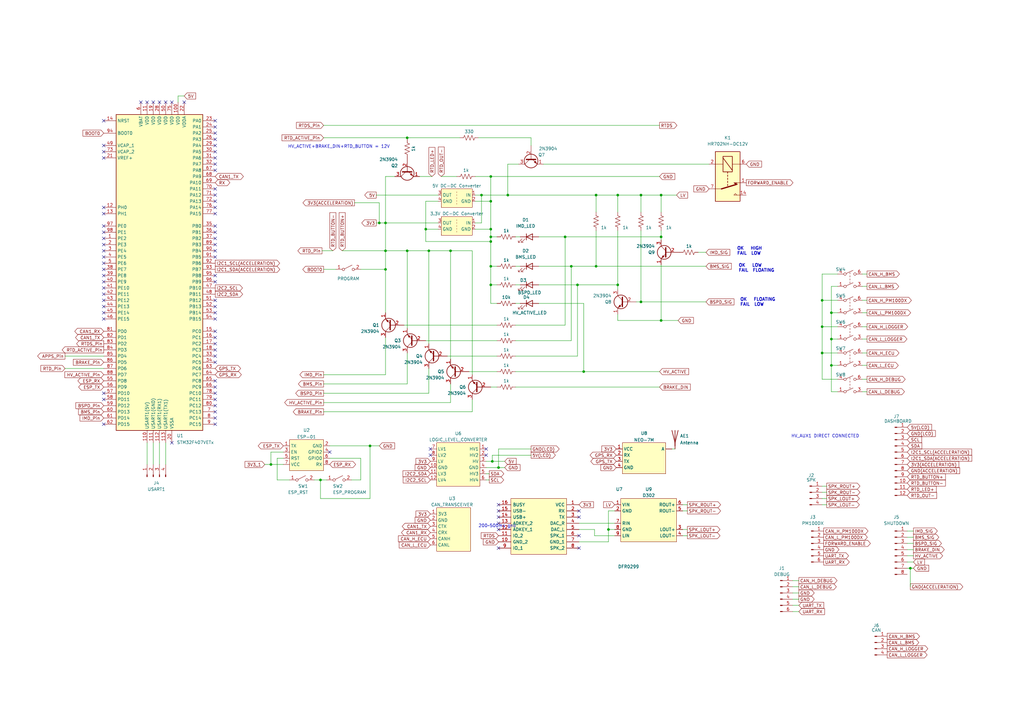
<source format=kicad_sch>
(kicad_sch (version 20211123) (generator eeschema)
  (paper "A3")
  (lib_symbols
    (symbol "A-FA_PARTS:CAN_TRANSCEIVER"
      (property "Reference" "U3" (at 0 1.27 0))
      (property "Value" "CAN_TRANSCEIVER" (at 0 -1.27 0))
      (symbol "CAN_TRANSCEIVER_1_1"
        (pin input line (at -8.89 -5.08 0) (length 2.54) (name "3V3") (number "1"))
        (pin input line (at -8.89 -7.62 0) (length 2.54) (name "GND") (number "2"))
        (pin input line (at -8.89 -10.16 0) (length 2.54) (name "CTX") (number "3"))
        (pin input line (at -8.89 -12.7 0) (length 2.54) (name "CRX") (number "4"))
        (pin input line (at -8.89 -15.24 0) (length 2.54) (name "CANH") (number "5"))
        (pin input line (at -8.89 -17.78 0) (length 2.54) (name "CANL") (number "6"))
      )
    )
    (symbol "A-FA_PARTS:D302"
      (property "Reference" "U9" (at 0 2.54 0))
      (property "Value" "D302" (at 0 0 0))
      (symbol "D302_1_1"
        (pin input line (at 13.97 -3.81 180) (length 2.54) (name "VIN") (number "1"))
        (pin input line (at 13.97 -6.35 180) (length 2.54) (name "GND") (number "2"))
        (pin input line (at -13.97 -13.97 0) (length 2.54) (name "LOUT+") (number "3"))
        (pin input line (at -13.97 -16.51 0) (length 2.54) (name "LOUT-") (number "4"))
        (pin input line (at -13.97 -6.35 0) (length 2.54) (name "ROUT-") (number "5"))
        (pin input line (at -13.97 -3.81 0) (length 2.54) (name "ROUT+") (number "6"))
        (pin input line (at 13.97 -11.43 180) (length 2.54) (name "RIN") (number "7"))
        (pin input line (at 13.97 -13.97 180) (length 2.54) (name "GND") (number "8"))
        (pin input line (at 13.97 -16.51 180) (length 2.54) (name "LIN") (number "9"))
      )
    )
    (symbol "A-FA_PARTS:DC-DC_Converter"
      (property "Reference" "U" (at 0 0 0))
      (property "Value" "DC-DC_Converter" (at 0 0 0))
      (symbol "DC-DC_Converter_1_1"
        (pin passive line (at 7.62 -5.08 180) (length 1.27) (name "IN") (number "1"))
        (pin passive line (at 7.62 -7.62 180) (length 1.27) (name "GND") (number "2"))
        (pin passive line (at -7.62 -5.08 0) (length 1.27) (name "OUT") (number "3"))
        (pin passive line (at -7.62 -7.62 0) (length 1.27) (name "GND") (number "4"))
      )
    )
    (symbol "A-FA_PARTS:ESP-01"
      (property "Reference" "U2" (at -1.905 2.6457 0))
      (property "Value" "ESP-01" (at -1.905 -0.1294 0))
      (symbol "ESP-01_1_1"
        (pin input line (at -11.43 -3.81 0) (length 2.54) (name "TX") (number "1"))
        (pin input line (at 7.62 -3.81 180) (length 2.54) (name "GND") (number "2"))
        (pin input line (at -11.43 -6.35 0) (length 2.54) (name "EN") (number "3"))
        (pin input line (at 7.62 -6.35 180) (length 2.54) (name "GPIO2") (number "4"))
        (pin input line (at -11.43 -8.89 0) (length 2.54) (name "RST") (number "5"))
        (pin input line (at 7.62 -8.89 180) (length 2.54) (name "GPIO0") (number "6"))
        (pin input line (at -11.43 -11.43 0) (length 2.54) (name "VCC") (number "7"))
        (pin input line (at 7.62 -11.43 180) (length 2.54) (name "RX") (number "8"))
      )
    )
    (symbol "A-FA_PARTS:LOGIC_LEVEL_CONVERTER"
      (property "Reference" "U6" (at 0 2.54 0))
      (property "Value" "LOGIC_LEVEL_CONVERTER" (at 0 0 0))
      (symbol "LOGIC_LEVEL_CONVERTER_1_1"
        (pin input line (at -11.43 -3.81 0) (length 2.54) (name "HV1") (number "1"))
        (pin input line (at 11.43 -11.43 180) (length 2.54) (name "GND") (number "10"))
        (pin input line (at 11.43 -13.97 180) (length 2.54) (name "LV3") (number "11"))
        (pin input line (at 11.43 -16.51 180) (length 2.54) (name "LV4") (number "12"))
        (pin input line (at -11.43 -6.35 0) (length 2.54) (name "HV2") (number "2"))
        (pin input line (at -11.43 -8.89 0) (length 2.54) (name "HV") (number "3"))
        (pin input line (at -11.43 -11.43 0) (length 2.54) (name "GND") (number "4"))
        (pin input line (at -11.43 -13.97 0) (length 2.54) (name "HV3") (number "5"))
        (pin input line (at -11.43 -16.51 0) (length 2.54) (name "HV4") (number "6"))
        (pin input line (at 11.43 -3.81 180) (length 2.54) (name "LV1") (number "7"))
        (pin input line (at 11.43 -6.35 180) (length 2.54) (name "LV2") (number "8"))
        (pin input line (at 11.43 -8.89 180) (length 2.54) (name "LV") (number "9"))
      )
    )
    (symbol "A-FA_PARTS:NEO-7M"
      (property "Reference" "U8" (at 0 2.6457 0))
      (property "Value" "NEO-7M" (at 0 -0.1294 0))
      (symbol "NEO-7M_1_1"
        (pin input line (at 11.43 -3.81 180) (length 2.54) (name "A") (number ""))
        (pin input line (at -11.43 -3.81 0) (length 2.54) (name "VCC") (number "1"))
        (pin input line (at -11.43 -6.35 0) (length 2.54) (name "RX") (number "2"))
        (pin input line (at -11.43 -8.89 0) (length 2.54) (name "TX") (number "3"))
        (pin input line (at -11.43 -11.43 0) (length 2.54) (name "GND") (number "4"))
      )
    )
    (symbol "Connector:Conn_01x04_Male" (pin_names (offset 1.016) hide)
      (property "Reference" "J" (at 0 5.08 0))
      (property "Value" "Conn_01x04_Male" (at 0 -7.62 0))
      (symbol "Conn_01x04_Male_1_1"
        (pin passive line (at 5.08 2.54 180) (length 3.81) (name "Pin_1") (number "1"))
        (pin passive line (at 5.08 0 180) (length 3.81) (name "Pin_2") (number "2"))
        (pin passive line (at 5.08 -2.54 180) (length 3.81) (name "Pin_3") (number "3"))
        (pin passive line (at 5.08 -5.08 180) (length 3.81) (name "Pin_4") (number "4"))
      )
    )
    (symbol "Connector:Conn_01x06_Male" (pin_names (offset 1.016) hide)
      (property "Reference" "J" (at 0 7.62 0))
      (property "Value" "Conn_01x06_Male" (at 0 -10.16 0))
      (symbol "Conn_01x06_Male_1_1"
        (pin passive line (at 5.08 5.08 180) (length 3.81) (name "Pin_1") (number "1"))
        (pin passive line (at 5.08 2.54 180) (length 3.81) (name "Pin_2") (number "2"))
        (pin passive line (at 5.08 0 180) (length 3.81) (name "Pin_3") (number "3"))
        (pin passive line (at 5.08 -2.54 180) (length 3.81) (name "Pin_4") (number "4"))
        (pin passive line (at 5.08 -5.08 180) (length 3.81) (name "Pin_5") (number "5"))
        (pin passive line (at 5.08 -7.62 180) (length 3.81) (name "Pin_6") (number "6"))
      )
    )
    (symbol "Connector:Conn_01x08_Male" (pin_names (offset 1.016) hide)
      (property "Reference" "J" (at 0 10.16 0))
      (property "Value" "Conn_01x08_Male" (at 0 -12.7 0))
      (symbol "Conn_01x08_Male_1_1"
        (pin passive line (at 5.08 7.62 180) (length 3.81) (name "Pin_1") (number "1"))
        (pin passive line (at 5.08 5.08 180) (length 3.81) (name "Pin_2") (number "2"))
        (pin passive line (at 5.08 2.54 180) (length 3.81) (name "Pin_3") (number "3"))
        (pin passive line (at 5.08 0 180) (length 3.81) (name "Pin_4") (number "4"))
        (pin passive line (at 5.08 -2.54 180) (length 3.81) (name "Pin_5") (number "5"))
        (pin passive line (at 5.08 -5.08 180) (length 3.81) (name "Pin_6") (number "6"))
        (pin passive line (at 5.08 -7.62 180) (length 3.81) (name "Pin_7") (number "7"))
        (pin passive line (at 5.08 -10.16 180) (length 3.81) (name "Pin_8") (number "8"))
      )
    )
    (symbol "Connector:Conn_01x12_Male" (pin_names (offset 1.016) hide)
      (property "Reference" "J" (at 0 15.24 0))
      (property "Value" "Conn_01x12_Male" (at 0 -17.78 0))
      (symbol "Conn_01x12_Male_1_1"
        (pin passive line (at 5.08 12.7 180) (length 3.81) (name "Pin_1") (number "1"))
        (pin passive line (at 5.08 -10.16 180) (length 3.81) (name "Pin_10") (number "10"))
        (pin passive line (at 5.08 -12.7 180) (length 3.81) (name "Pin_11") (number "11"))
        (pin passive line (at 5.08 -15.24 180) (length 3.81) (name "Pin_12") (number "12"))
        (pin passive line (at 5.08 10.16 180) (length 3.81) (name "Pin_2") (number "2"))
        (pin passive line (at 5.08 7.62 180) (length 3.81) (name "Pin_3") (number "3"))
        (pin passive line (at 5.08 5.08 180) (length 3.81) (name "Pin_4") (number "4"))
        (pin passive line (at 5.08 2.54 180) (length 3.81) (name "Pin_5") (number "5"))
        (pin passive line (at 5.08 0 180) (length 3.81) (name "Pin_6") (number "6"))
        (pin passive line (at 5.08 -2.54 180) (length 3.81) (name "Pin_7") (number "7"))
        (pin passive line (at 5.08 -5.08 180) (length 3.81) (name "Pin_8") (number "8"))
        (pin passive line (at 5.08 -7.62 180) (length 3.81) (name "Pin_9") (number "9"))
      )
    )
    (symbol "DFR0299:DFR0299" (pin_names (offset 0.762))
      (property "Reference" "U7" (at -16.51 6.35 0))
      (property "Value" "DFR0299" (at -20.32 -25.4 0))
      (symbol "DFR0299_0_0"
        (pin power_in line (at 0 0 0) (length 5.08) (name "VCC") (number "1"))
        (pin power_in line (at 33.02 -15.24 180) (length 5.08) (name "GND_2") (number "10"))
        (pin input line (at 33.02 -12.7 180) (length 5.08) (name "IO_2") (number "11"))
        (pin input line (at 33.02 -10.16 180) (length 5.08) (name "ADKEY_1") (number "12"))
        (pin input line (at 33.02 -7.62 180) (length 5.08) (name "ADKEY_2") (number "13"))
        (pin bidirectional line (at 33.02 -5.08 180) (length 5.08) (name "USB+") (number "14"))
        (pin bidirectional line (at 33.02 -2.54 180) (length 5.08) (name "USB-") (number "15"))
        (pin output line (at 33.02 0 180) (length 5.08) (name "BUSY") (number "16"))
        (pin input line (at 0 -2.54 0) (length 5.08) (name "RX") (number "2"))
        (pin output line (at 0 -5.08 0) (length 5.08) (name "TX") (number "3"))
        (pin output line (at 0 -7.62 0) (length 5.08) (name "DAC_R") (number "4"))
        (pin output line (at 0 -10.16 0) (length 5.08) (name "DAC_L") (number "5"))
        (pin output line (at 0 -12.7 0) (length 5.08) (name "SPK_1") (number "6"))
        (pin power_in line (at 0 -15.24 0) (length 5.08) (name "GND_1") (number "7"))
        (pin output line (at 0 -17.78 0) (length 5.08) (name "SPK_2") (number "8"))
        (pin input line (at 33.02 -17.78 180) (length 5.08) (name "IO_1") (number "9"))
      )
    )
    (symbol "Device:Antenna" (pin_numbers hide) (pin_names (offset 1.016) hide)
      (property "Reference" "AE" (at -1.905 1.905 0))
      (property "Value" "Antenna" (at -1.905 0 0))
      (symbol "Antenna_1_1"
        (pin input line (at 0 -5.08 90) (length 2.54) (name "A") (number "1"))
      )
    )
    (symbol "Device:LED" (pin_numbers hide) (pin_names (offset 1.016) hide)
      (property "Reference" "D" (at 0 2.54 0))
      (property "Value" "LED" (at 0 -2.54 0))
      (symbol "LED_1_1"
        (pin passive line (at -3.81 0 0) (length 2.54) (name "K") (number "1"))
        (pin passive line (at 3.81 0 180) (length 2.54) (name "A") (number "2"))
      )
    )
    (symbol "Device:R_US" (pin_numbers hide) (pin_names (offset 0))
      (property "Reference" "R" (at 2.54 0 90))
      (property "Value" "R_US" (at -2.54 0 90))
      (symbol "R_US_1_1"
        (pin passive line (at 0 3.81 270) (length 1.27) (name "~") (number "1"))
        (pin passive line (at 0 -3.81 90) (length 1.27) (name "~") (number "2"))
      )
    )
    (symbol "MCU_ST_STM32F4:STM32F407VETx"
      (property "Reference" "U1" (at 7.0994 -68.1895 0))
      (property "Value" "STM32F407VETx" (at 7.0994 -70.9646 0))
      (symbol "STM32F407VETx_1_1"
        (pin bidirectional line (at -22.86 12.7 0) (length 5.08) (name "PE2") (number "1"))
        (pin power_in line (at 7.62 68.58 270) (length 5.08) (name "VDD") (number "100"))
        (pin power_in line (at -5.08 68.58 270) (length 5.08) (name "VDD") (number "11"))
        (pin power_in line (at -5.08 -71.12 90) (length 5.08) (name "USART1(5V)") (number "110"))
        (pin power_in line (at -2.54 -71.12 90) (length 5.08) (name "USART1(GND)") (number "111"))
        (pin power_in line (at 0 -71.12 90) (length 5.08) (name "USART1(RX1)") (number "112"))
        (pin power_in line (at 2.54 -71.12 90) (length 5.08) (name "USART1(TX1)") (number "113"))
        (pin input line (at -22.86 25.4 0) (length 5.08) (name "PH0") (number "12"))
        (pin input line (at -22.86 22.86 0) (length 5.08) (name "PH1") (number "13"))
        (pin input line (at -22.86 60.96 0) (length 5.08) (name "NRST") (number "14"))
        (pin bidirectional line (at 22.86 -25.4 180) (length 5.08) (name "PC0") (number "15"))
        (pin bidirectional line (at 22.86 -27.94 180) (length 5.08) (name "PC1") (number "16"))
        (pin bidirectional line (at 22.86 -30.48 180) (length 5.08) (name "PC2") (number "17"))
        (pin bidirectional line (at 22.86 -33.02 180) (length 5.08) (name "PC3") (number "18"))
        (pin power_in line (at -2.54 68.58 270) (length 5.08) (name "VDD") (number "19"))
        (pin bidirectional line (at -22.86 10.16 0) (length 5.08) (name "PE3") (number "2"))
        (pin power_in line (at 5.08 -71.12 90) (length 5.08) (name "VSSA") (number "20"))
        (pin power_in line (at -22.86 45.72 0) (length 5.08) (name "VREF+") (number "21"))
        (pin power_in line (at 10.16 68.58 270) (length 5.08) (name "VDDA") (number "22"))
        (pin bidirectional line (at 22.86 60.96 180) (length 5.08) (name "PA0") (number "23"))
        (pin bidirectional line (at 22.86 58.42 180) (length 5.08) (name "PA1") (number "24"))
        (pin bidirectional line (at 22.86 55.88 180) (length 5.08) (name "PA2") (number "25"))
        (pin bidirectional line (at 22.86 53.34 180) (length 5.08) (name "PA3") (number "26"))
        (pin power_in line (at 0 68.58 270) (length 5.08) (name "VDD") (number "28"))
        (pin bidirectional line (at 22.86 50.8 180) (length 5.08) (name "PA4") (number "29"))
        (pin bidirectional line (at -22.86 7.62 0) (length 5.08) (name "PE4") (number "3"))
        (pin bidirectional line (at 22.86 48.26 180) (length 5.08) (name "PA5") (number "30"))
        (pin bidirectional line (at 22.86 45.72 180) (length 5.08) (name "PA6") (number "31"))
        (pin bidirectional line (at 22.86 43.18 180) (length 5.08) (name "PA7") (number "32"))
        (pin bidirectional line (at 22.86 -35.56 180) (length 5.08) (name "PC4") (number "33"))
        (pin bidirectional line (at 22.86 -38.1 180) (length 5.08) (name "PC5") (number "34"))
        (pin bidirectional line (at 22.86 17.78 180) (length 5.08) (name "PB0") (number "35"))
        (pin bidirectional line (at 22.86 15.24 180) (length 5.08) (name "PB1") (number "36"))
        (pin bidirectional line (at 22.86 12.7 180) (length 5.08) (name "PB2") (number "37"))
        (pin bidirectional line (at -22.86 0 0) (length 5.08) (name "PE7") (number "38"))
        (pin bidirectional line (at -22.86 -2.54 0) (length 5.08) (name "PE8") (number "39"))
        (pin bidirectional line (at -22.86 5.08 0) (length 5.08) (name "PE5") (number "4"))
        (pin bidirectional line (at -22.86 -5.08 0) (length 5.08) (name "PE9") (number "40"))
        (pin bidirectional line (at -22.86 -7.62 0) (length 5.08) (name "PE10") (number "41"))
        (pin bidirectional line (at -22.86 -10.16 0) (length 5.08) (name "PE11") (number "42"))
        (pin bidirectional line (at -22.86 -12.7 0) (length 5.08) (name "PE12") (number "43"))
        (pin bidirectional line (at -22.86 -15.24 0) (length 5.08) (name "PE13") (number "44"))
        (pin bidirectional line (at -22.86 -17.78 0) (length 5.08) (name "PE14") (number "45"))
        (pin bidirectional line (at -22.86 -20.32 0) (length 5.08) (name "PE15") (number "46"))
        (pin bidirectional line (at 22.86 -7.62 180) (length 5.08) (name "PB10") (number "47"))
        (pin bidirectional line (at 22.86 -10.16 180) (length 5.08) (name "PB11") (number "48"))
        (pin power_in line (at -22.86 50.8 0) (length 5.08) (name "VCAP_1") (number "49"))
        (pin bidirectional line (at -22.86 2.54 0) (length 5.08) (name "PE6") (number "5"))
        (pin power_in line (at 2.54 68.58 270) (length 5.08) (name "VDD") (number "50"))
        (pin bidirectional line (at 22.86 -12.7 180) (length 5.08) (name "PB12") (number "51"))
        (pin bidirectional line (at 22.86 -15.24 180) (length 5.08) (name "PB13") (number "52"))
        (pin bidirectional line (at 22.86 -17.78 180) (length 5.08) (name "PB14") (number "53"))
        (pin bidirectional line (at 22.86 -20.32 180) (length 5.08) (name "PB15") (number "54"))
        (pin bidirectional line (at -22.86 -45.72 0) (length 5.08) (name "PD8") (number "55"))
        (pin bidirectional line (at -22.86 -48.26 0) (length 5.08) (name "PD9") (number "56"))
        (pin bidirectional line (at -22.86 -50.8 0) (length 5.08) (name "PD10") (number "57"))
        (pin bidirectional line (at -22.86 -53.34 0) (length 5.08) (name "PD11") (number "58"))
        (pin bidirectional line (at -22.86 -55.88 0) (length 5.08) (name "PD12") (number "59"))
        (pin power_in line (at -7.62 68.58 270) (length 5.08) (name "VBAT") (number "6"))
        (pin bidirectional line (at -22.86 -58.42 0) (length 5.08) (name "PD13") (number "60"))
        (pin bidirectional line (at -22.86 -60.96 0) (length 5.08) (name "PD14") (number "61"))
        (pin bidirectional line (at -22.86 -63.5 0) (length 5.08) (name "PD15") (number "62"))
        (pin bidirectional line (at 22.86 -40.64 180) (length 5.08) (name "PC6") (number "63"))
        (pin bidirectional line (at 22.86 -43.18 180) (length 5.08) (name "PC7") (number "64"))
        (pin bidirectional line (at 22.86 -45.72 180) (length 5.08) (name "PC8") (number "65"))
        (pin bidirectional line (at 22.86 -48.26 180) (length 5.08) (name "PC9") (number "66"))
        (pin bidirectional line (at 22.86 40.64 180) (length 5.08) (name "PA8") (number "67"))
        (pin bidirectional line (at 22.86 38.1 180) (length 5.08) (name "PA9") (number "68"))
        (pin bidirectional line (at 22.86 35.56 180) (length 5.08) (name "PA10") (number "69"))
        (pin bidirectional line (at 22.86 -58.42 180) (length 5.08) (name "PC13") (number "7"))
        (pin bidirectional line (at 22.86 33.02 180) (length 5.08) (name "PA11") (number "70"))
        (pin bidirectional line (at 22.86 30.48 180) (length 5.08) (name "PA12") (number "71"))
        (pin bidirectional line (at 22.86 27.94 180) (length 5.08) (name "PA13") (number "72"))
        (pin power_in line (at -22.86 48.26 0) (length 5.08) (name "VCAP_2") (number "73"))
        (pin power_in line (at 5.08 68.58 270) (length 5.08) (name "VDD") (number "75"))
        (pin bidirectional line (at 22.86 25.4 180) (length 5.08) (name "PA14") (number "76"))
        (pin bidirectional line (at 22.86 22.86 180) (length 5.08) (name "PA15") (number "77"))
        (pin bidirectional line (at 22.86 -50.8 180) (length 5.08) (name "PC10") (number "78"))
        (pin bidirectional line (at 22.86 -53.34 180) (length 5.08) (name "PC11") (number "79"))
        (pin bidirectional line (at 22.86 -60.96 180) (length 5.08) (name "PC14") (number "8"))
        (pin bidirectional line (at 22.86 -55.88 180) (length 5.08) (name "PC12") (number "80"))
        (pin bidirectional line (at -22.86 -25.4 0) (length 5.08) (name "PD0") (number "81"))
        (pin bidirectional line (at -22.86 -27.94 0) (length 5.08) (name "PD1") (number "82"))
        (pin bidirectional line (at -22.86 -30.48 0) (length 5.08) (name "PD2") (number "83"))
        (pin bidirectional line (at -22.86 -33.02 0) (length 5.08) (name "PD3") (number "84"))
        (pin bidirectional line (at -22.86 -35.56 0) (length 5.08) (name "PD4") (number "85"))
        (pin bidirectional line (at -22.86 -38.1 0) (length 5.08) (name "PD5") (number "86"))
        (pin bidirectional line (at -22.86 -40.64 0) (length 5.08) (name "PD6") (number "87"))
        (pin bidirectional line (at -22.86 -43.18 0) (length 5.08) (name "PD7") (number "88"))
        (pin bidirectional line (at 22.86 10.16 180) (length 5.08) (name "PB3") (number "89"))
        (pin bidirectional line (at 22.86 -63.5 180) (length 5.08) (name "PC15") (number "9"))
        (pin bidirectional line (at 22.86 7.62 180) (length 5.08) (name "PB4") (number "90"))
        (pin bidirectional line (at 22.86 5.08 180) (length 5.08) (name "PB5") (number "91"))
        (pin bidirectional line (at 22.86 2.54 180) (length 5.08) (name "PB6") (number "92"))
        (pin bidirectional line (at 22.86 0 180) (length 5.08) (name "PB7") (number "93"))
        (pin input line (at -22.86 55.88 0) (length 5.08) (name "BOOT0") (number "94"))
        (pin bidirectional line (at 22.86 -2.54 180) (length 5.08) (name "PB8") (number "95"))
        (pin bidirectional line (at 22.86 -5.08 180) (length 5.08) (name "PB9") (number "96"))
        (pin bidirectional line (at -22.86 17.78 0) (length 5.08) (name "PE0") (number "97"))
        (pin bidirectional line (at -22.86 15.24 0) (length 5.08) (name "PE1") (number "98"))
      )
    )
    (symbol "Relay:DIPxx-1Cxx-51x"
      (property "Reference" "K" (at 11.43 3.81 0))
      (property "Value" "DIPxx-1Cxx-51x" (at 11.43 1.27 0))
      (symbol "DIPxx-1Cxx-51x_1_1"
        (pin passive line (at 2.54 7.62 270) (length 2.54) (name "~") (number "1"))
        (pin passive line (at 7.62 7.62 270) (length 2.54) (name "~") (number "14"))
        (pin passive line (at -5.08 -7.62 90) (length 2.54) (name "~") (number "2"))
        (pin passive line (at -5.08 7.62 270) (length 2.54) (name "~") (number "6"))
        (pin passive line (at 5.08 -7.62 90) (length 2.54) (name "~") (number "7"))
        (pin passive line (at 5.08 -7.62 90) (length 2.54) hide (name "~") (number "8"))
      )
    )
    (symbol "SW_DPST_1" (pin_names (offset 0) hide)
      (property "Reference" "SW?" (at -3.81 4.445 0))
      (symbol "SW_DPST_1_1_1"
        (pin passive line (at -5.08 -2.54 0) (length 2.54) (name "1") (number "1"))
        (pin passive line (at 5.08 -2.54 180) (length 2.54) (name "3") (number "3"))
        (pin passive line (at -5.08 2.54 0) (length 2.54) (name "4") (number "4"))
        (pin passive line (at 5.08 2.54 180) (length 2.54) (name "6") (number "6"))
      )
    )
    (symbol "Switch:SW_SPST" (pin_names (offset 0) hide)
      (property "Reference" "SW" (at 0 3.175 0))
      (property "Value" "SW_SPST" (at 0 -2.54 0))
      (symbol "SW_SPST_1_1"
        (pin passive line (at -5.08 0 0) (length 2.54) (name "A") (number "1"))
        (pin passive line (at 5.08 0 180) (length 2.54) (name "B") (number "2"))
      )
    )
    (symbol "Transistor_BJT:2N3904" (pin_names (offset 0) hide)
      (property "Reference" "Q" (at 5.08 1.905 0))
      (property "Value" "2N3904" (at 5.08 0 0))
      (symbol "2N3904_1_1"
        (pin passive line (at 2.54 -5.08 90) (length 2.54) (name "E") (number "1"))
        (pin passive line (at -5.08 0 0) (length 5.715) (name "B") (number "2"))
        (pin passive line (at 2.54 5.08 270) (length 2.54) (name "C") (number "3"))
      )
    )
  )
  (junction (at 184.785 102.87))
  (junction (at 337.185 133.985))
  (junction (at 201.295 82.55))
  (junction (at 201.295 93.98))
  (junction (at 151.765 182.88))
  (junction (at 131.445 196.85))
  (junction (at 204.47 191.77))
  (junction (at 158.115 102.87))
  (junction (at 158.115 110.49))
  (junction (at 197.485 80.01))
  (junction (at 244.475 80.01))
  (junction (at 174.625 93.98))
  (junction (at 231.775 97.155))
  (junction (at 340.995 128.27))
  (junction (at 271.145 80.01))
  (junction (at 340.995 149.86))
  (junction (at 337.185 123.19))
  (junction (at 373.38 233.045))
  (junction (at 201.295 109.22))
  (junction (at 236.855 116.84))
  (junction (at 271.145 97.155))
  (junction (at 249.555 217.17))
  (junction (at 244.475 109.22))
  (junction (at 234.315 109.22))
  (junction (at 262.89 123.825))
  (junction (at 201.295 116.84))
  (junction (at 271.145 131.445))
  (junction (at 201.93 189.23))
  (junction (at 340.995 139.065))
  (junction (at 167.005 102.87))
  (junction (at 262.89 80.01))
  (junction (at 155.575 91.44))
  (junction (at 175.895 102.87))
  (junction (at 253.365 80.01))
  (junction (at 201.295 72.39))
  (junction (at 337.185 144.78))
  (junction (at 158.115 91.44))
  (junction (at 208.28 80.01))
  (junction (at 111.125 190.5))
  (junction (at 167.005 56.515))
  (junction (at 201.295 97.155))
  (junction (at 201.295 99.06))
  (junction (at 239.395 152.4))
  (junction (at 253.365 116.84))
  (no_connect (at 88.265 64.77))
  (no_connect (at 176.53 186.69))
  (no_connect (at 237.49 209.55))
  (no_connect (at 88.265 85.09))
  (no_connect (at 88.265 59.69))
  (no_connect (at 199.39 184.15))
  (no_connect (at 237.49 224.79))
  (no_connect (at 88.265 100.33))
  (no_connect (at 88.265 148.59))
  (no_connect (at 237.49 219.71))
  (no_connect (at 88.265 97.79))
  (no_connect (at 88.265 102.87))
  (no_connect (at 204.47 214.63))
  (no_connect (at 176.53 184.15))
  (no_connect (at 88.265 115.57))
  (no_connect (at 88.265 77.47))
  (no_connect (at 88.265 105.41))
  (no_connect (at 204.47 217.17))
  (no_connect (at 237.49 212.09))
  (no_connect (at 88.265 146.05))
  (no_connect (at 88.265 62.23))
  (no_connect (at 88.265 95.25))
  (no_connect (at 204.47 207.01))
  (no_connect (at 204.47 212.09))
  (no_connect (at 88.265 82.55))
  (no_connect (at 88.265 49.53))
  (no_connect (at 88.265 52.07))
  (no_connect (at 88.265 54.61))
  (no_connect (at 88.265 57.15))
  (no_connect (at 42.545 173.99))
  (no_connect (at 42.545 123.19))
  (no_connect (at 42.545 125.73))
  (no_connect (at 42.545 128.27))
  (no_connect (at 42.545 130.81))
  (no_connect (at 42.545 161.29))
  (no_connect (at 42.545 163.83))
  (no_connect (at 42.545 115.57))
  (no_connect (at 42.545 118.11))
  (no_connect (at 42.545 120.65))
  (no_connect (at 88.265 123.19))
  (no_connect (at 88.265 125.73))
  (no_connect (at 88.265 130.81))
  (no_connect (at 88.265 128.27))
  (no_connect (at 70.485 181.61))
  (no_connect (at 88.265 166.37))
  (no_connect (at 88.265 173.99))
  (no_connect (at 88.265 171.45))
  (no_connect (at 88.265 168.91))
  (no_connect (at 88.265 163.83))
  (no_connect (at 88.265 161.29))
  (no_connect (at 88.265 158.75))
  (no_connect (at 88.265 156.21))
  (no_connect (at 88.265 138.43))
  (no_connect (at 88.265 140.97))
  (no_connect (at 88.265 135.89))
  (no_connect (at 88.265 143.51))
  (no_connect (at 42.545 49.53))
  (no_connect (at 42.545 59.69))
  (no_connect (at 42.545 62.23))
  (no_connect (at 42.545 64.77))
  (no_connect (at 75.565 41.91))
  (no_connect (at 70.485 41.91))
  (no_connect (at 67.945 41.91))
  (no_connect (at 65.405 41.91))
  (no_connect (at 62.865 41.91))
  (no_connect (at 60.325 41.91))
  (no_connect (at 57.785 41.91))
  (no_connect (at 42.545 85.09))
  (no_connect (at 42.545 87.63))
  (no_connect (at 42.545 92.71))
  (no_connect (at 42.545 95.25))
  (no_connect (at 42.545 97.79))
  (no_connect (at 42.545 100.33))
  (no_connect (at 42.545 102.87))
  (no_connect (at 42.545 105.41))
  (no_connect (at 42.545 107.95))
  (no_connect (at 42.545 110.49))
  (no_connect (at 42.545 113.03))
  (no_connect (at 199.39 186.69))
  (no_connect (at 204.47 209.55))
  (no_connect (at 88.265 92.71))
  (no_connect (at 88.265 67.31))
  (no_connect (at 88.265 69.85))
  (no_connect (at 204.47 224.79))
  (no_connect (at 88.265 87.63))
  (no_connect (at 88.265 80.01))
  (no_connect (at 135.255 185.42))
  (no_connect (at 88.265 113.03))
  (wire (pts (xy 175.895 102.87) (xy 175.895 140.97)))
  (wire (pts (xy 353.695 155.575) (xy 355.6 155.575)))
  (wire (pts (xy 196.215 56.515) (xy 217.805 56.515)))
  (wire (pts (xy 327.66 248.285) (xy 325.12 248.285)))
  (wire (pts (xy 208.28 80.01) (xy 244.475 80.01)))
  (wire (pts (xy 337.185 123.19) (xy 343.535 123.19)))
  (wire (pts (xy 340.995 149.86) (xy 340.995 160.655)))
  (wire (pts (xy 193.675 102.87) (xy 184.785 102.87)))
  (wire (pts (xy 201.93 186.69) (xy 201.93 189.23)))
  (wire (pts (xy 174.625 93.98) (xy 179.705 93.98)))
  (wire (pts (xy 158.115 153.67) (xy 132.715 153.67)))
  (wire (pts (xy 239.395 152.4) (xy 211.455 152.4)))
  (wire (pts (xy 343.535 133.985) (xy 337.185 133.985)))
  (wire (pts (xy 204.47 191.77) (xy 207.01 191.77)))
  (wire (pts (xy 155.575 83.185) (xy 155.575 91.44)))
  (wire (pts (xy 208.28 67.31) (xy 208.28 80.01)))
  (wire (pts (xy 193.675 102.87) (xy 193.675 153.67)))
  (wire (pts (xy 158.115 102.87) (xy 167.005 102.87)))
  (wire (pts (xy 201.295 72.39) (xy 270.51 72.39)))
  (wire (pts (xy 165.735 133.35) (xy 203.835 133.35)))
  (wire (pts (xy 197.485 91.44) (xy 194.945 91.44)))
  (wire (pts (xy 244.475 86.995) (xy 244.475 80.01)))
  (wire (pts (xy 252.095 217.17) (xy 249.555 217.17)))
  (wire (pts (xy 131.445 196.85) (xy 131.445 204.47)))
  (wire (pts (xy 340.995 160.655) (xy 343.535 160.655)))
  (wire (pts (xy 327.66 240.665) (xy 325.12 240.665)))
  (wire (pts (xy 131.445 204.47) (xy 151.765 204.47)))
  (wire (pts (xy 184.785 102.87) (xy 175.895 102.87)))
  (wire (pts (xy 374.65 222.885) (xy 372.11 222.885)))
  (wire (pts (xy 211.455 158.75) (xy 270.51 158.75)))
  (wire (pts (xy 211.455 109.22) (xy 213.36 109.22)))
  (wire (pts (xy 353.695 112.395) (xy 355.6 112.395)))
  (wire (pts (xy 281.94 207.01) (xy 280.035 207.01)))
  (wire (pts (xy 374.65 230.505) (xy 372.11 230.505)))
  (wire (pts (xy 253.365 80.01) (xy 262.89 80.01)))
  (wire (pts (xy 62.865 190.5) (xy 62.865 181.61)))
  (wire (pts (xy 374.65 217.805) (xy 372.11 217.805)))
  (wire (pts (xy 183.515 146.05) (xy 203.835 146.05)))
  (wire (pts (xy 194.945 93.98) (xy 201.295 93.98)))
  (wire (pts (xy 128.905 196.85) (xy 131.445 196.85)))
  (wire (pts (xy 353.695 133.985) (xy 355.6 133.985)))
  (wire (pts (xy 184.785 165.1) (xy 132.715 165.1)))
  (wire (pts (xy 340.995 128.27) (xy 343.535 128.27)))
  (wire (pts (xy 158.115 91.44) (xy 158.115 102.87)))
  (wire (pts (xy 253.365 131.445) (xy 271.145 131.445)))
  (wire (pts (xy 140.335 102.87) (xy 158.115 102.87)))
  (wire (pts (xy 340.995 149.86) (xy 343.535 149.86)))
  (wire (pts (xy 249.555 217.17) (xy 249.555 222.25)))
  (wire (pts (xy 155.575 91.44) (xy 158.115 91.44)))
  (wire (pts (xy 286.385 103.505) (xy 289.56 103.505)))
  (wire (pts (xy 234.315 109.22) (xy 234.315 139.7)))
  (wire (pts (xy 340.995 117.475) (xy 340.995 128.27)))
  (wire (pts (xy 167.005 56.515) (xy 188.595 56.515)))
  (wire (pts (xy 231.775 97.155) (xy 231.775 133.35)))
  (wire (pts (xy 222.885 67.31) (xy 290.83 67.31)))
  (wire (pts (xy 131.445 196.85) (xy 133.985 196.85)))
  (wire (pts (xy 337.185 112.395) (xy 337.185 123.19)))
  (wire (pts (xy 271.145 108.585) (xy 271.145 131.445)))
  (wire (pts (xy 339.09 201.93) (xy 337.185 201.93)))
  (wire (pts (xy 204.47 191.77) (xy 204.47 184.15)))
  (wire (pts (xy 234.315 109.22) (xy 244.475 109.22)))
  (wire (pts (xy 201.295 116.84) (xy 201.295 124.46)))
  (wire (pts (xy 271.145 98.425) (xy 271.145 97.155)))
  (wire (pts (xy 211.455 97.155) (xy 213.36 97.155)))
  (wire (pts (xy 374.65 220.345) (xy 372.11 220.345)))
  (wire (pts (xy 167.005 56.515) (xy 167.005 57.15)))
  (wire (pts (xy 73.025 39.37) (xy 73.025 41.91)))
  (wire (pts (xy 373.38 233.045) (xy 372.11 233.045)))
  (wire (pts (xy 75.565 39.37) (xy 73.025 39.37)))
  (wire (pts (xy 145.415 83.185) (xy 155.575 83.185)))
  (wire (pts (xy 203.835 124.46) (xy 201.295 124.46)))
  (wire (pts (xy 252.095 219.71) (xy 243.84 219.71)))
  (wire (pts (xy 340.995 139.065) (xy 343.535 139.065)))
  (wire (pts (xy 135.255 182.88) (xy 151.765 182.88)))
  (wire (pts (xy 337.185 133.985) (xy 337.185 144.78)))
  (wire (pts (xy 217.805 56.515) (xy 217.805 59.69)))
  (wire (pts (xy 201.295 109.22) (xy 201.295 116.84)))
  (wire (pts (xy 154.305 80.01) (xy 179.705 80.01)))
  (wire (pts (xy 244.475 94.615) (xy 244.475 109.22)))
  (wire (pts (xy 253.365 116.84) (xy 253.365 118.745)))
  (wire (pts (xy 175.895 161.29) (xy 132.715 161.29)))
  (wire (pts (xy 111.125 190.5) (xy 116.205 190.5)))
  (wire (pts (xy 374.65 233.045) (xy 373.38 233.045)))
  (wire (pts (xy 201.295 97.155) (xy 203.835 97.155)))
  (wire (pts (xy 158.115 72.39) (xy 161.925 72.39)))
  (wire (pts (xy 236.855 116.84) (xy 236.855 146.05)))
  (wire (pts (xy 211.455 124.46) (xy 213.36 124.46)))
  (wire (pts (xy 201.93 186.69) (xy 217.805 186.69)))
  (wire (pts (xy 194.945 82.55) (xy 201.295 82.55)))
  (wire (pts (xy 220.98 116.84) (xy 236.855 116.84)))
  (wire (pts (xy 132.715 157.48) (xy 167.005 157.48)))
  (wire (pts (xy 154.305 91.44) (xy 155.575 91.44)))
  (wire (pts (xy 281.94 209.55) (xy 280.035 209.55)))
  (wire (pts (xy 200.66 196.85) (xy 199.39 196.85)))
  (wire (pts (xy 199.39 191.77) (xy 204.47 191.77)))
  (wire (pts (xy 201.295 116.84) (xy 203.835 116.84)))
  (wire (pts (xy 175.895 151.13) (xy 175.895 161.29)))
  (wire (pts (xy 327.66 250.825) (xy 325.12 250.825)))
  (wire (pts (xy 327.66 245.745) (xy 325.12 245.745)))
  (wire (pts (xy 271.145 86.995) (xy 271.145 80.01)))
  (wire (pts (xy 353.695 128.27) (xy 355.6 128.27)))
  (wire (pts (xy 60.325 190.5) (xy 60.325 181.61)))
  (wire (pts (xy 353.695 123.19) (xy 355.6 123.19)))
  (wire (pts (xy 244.475 109.22) (xy 289.56 109.22)))
  (wire (pts (xy 203.835 158.75) (xy 201.295 158.75)))
  (wire (pts (xy 211.455 116.84) (xy 213.36 116.84)))
  (wire (pts (xy 262.89 80.01) (xy 271.145 80.01)))
  (wire (pts (xy 151.765 182.88) (xy 155.575 182.88)))
  (wire (pts (xy 275.59 184.15) (xy 276.86 184.15)))
  (wire (pts (xy 236.855 146.05) (xy 211.455 146.05)))
  (wire (pts (xy 253.365 128.905) (xy 253.365 131.445)))
  (wire (pts (xy 220.98 97.155) (xy 231.775 97.155)))
  (wire (pts (xy 179.705 82.55) (xy 174.625 82.55)))
  (wire (pts (xy 262.89 123.825) (xy 289.56 123.825)))
  (wire (pts (xy 184.785 102.87) (xy 184.785 147.32)))
  (wire (pts (xy 132.715 110.49) (xy 137.795 110.49)))
  (wire (pts (xy 113.665 187.96) (xy 113.665 196.85)))
  (wire (pts (xy 262.89 86.995) (xy 262.89 80.01)))
  (wire (pts (xy 158.115 110.49) (xy 158.115 128.27)))
  (wire (pts (xy 132.08 102.87) (xy 136.525 102.87)))
  (wire (pts (xy 172.085 72.39) (xy 177.165 72.39)))
  (wire (pts (xy 200.66 194.31) (xy 199.39 194.31)))
  (wire (pts (xy 26.67 146.05) (xy 42.545 146.05)))
  (wire (pts (xy 65.405 190.5) (xy 65.405 181.61)))
  (wire (pts (xy 373.38 233.045) (xy 373.38 240.665)))
  (wire (pts (xy 353.695 144.78) (xy 355.6 144.78)))
  (wire (pts (xy 167.005 102.87) (xy 167.005 134.62)))
  (wire (pts (xy 158.115 102.87) (xy 158.115 110.49)))
  (wire (pts (xy 343.535 155.575) (xy 337.185 155.575)))
  (wire (pts (xy 343.535 117.475) (xy 340.995 117.475)))
  (wire (pts (xy 220.98 109.22) (xy 234.315 109.22)))
  (wire (pts (xy 374.65 225.425) (xy 372.11 225.425)))
  (wire (pts (xy 111.125 190.5) (xy 111.125 185.42)))
  (wire (pts (xy 147.955 187.96) (xy 147.955 196.85)))
  (wire (pts (xy 262.89 94.615) (xy 262.89 123.825)))
  (wire (pts (xy 243.84 217.17) (xy 237.49 217.17)))
  (wire (pts (xy 199.39 189.23) (xy 201.93 189.23)))
  (wire (pts (xy 201.295 99.06) (xy 201.295 109.22)))
  (wire (pts (xy 193.675 163.83) (xy 193.675 168.91)))
  (wire (pts (xy 180.975 72.39) (xy 187.325 72.39)))
  (wire (pts (xy 201.295 97.155) (xy 201.295 99.06)))
  (wire (pts (xy 327.66 238.125) (xy 325.12 238.125)))
  (wire (pts (xy 327.66 243.205) (xy 325.12 243.205)))
  (wire (pts (xy 249.555 222.25) (xy 237.49 222.25)))
  (wire (pts (xy 260.985 123.825) (xy 262.89 123.825)))
  (wire (pts (xy 184.785 157.48) (xy 184.785 165.1)))
  (wire (pts (xy 353.695 139.065) (xy 355.6 139.065)))
  (wire (pts (xy 337.185 144.78) (xy 337.185 155.575)))
  (wire (pts (xy 201.295 109.22) (xy 203.835 109.22)))
  (wire (pts (xy 234.315 139.7) (xy 211.455 139.7)))
  (wire (pts (xy 135.255 187.96) (xy 147.955 187.96)))
  (wire (pts (xy 212.725 67.31) (xy 208.28 67.31)))
  (wire (pts (xy 339.09 199.39) (xy 337.185 199.39)))
  (wire (pts (xy 108.585 190.5) (xy 111.125 190.5)))
  (wire (pts (xy 374.65 227.965) (xy 372.11 227.965)))
  (wire (pts (xy 236.855 116.84) (xy 253.365 116.84)))
  (wire (pts (xy 158.115 138.43) (xy 158.115 153.67)))
  (wire (pts (xy 158.115 91.44) (xy 179.705 91.44)))
  (wire (pts (xy 340.995 139.065) (xy 340.995 149.86)))
  (wire (pts (xy 353.695 149.86) (xy 355.6 149.86)))
  (wire (pts (xy 132.715 168.91) (xy 193.675 168.91)))
  (wire (pts (xy 280.035 217.17) (xy 281.94 217.17)))
  (wire (pts (xy 174.625 139.7) (xy 203.835 139.7)))
  (wire (pts (xy 116.205 187.96) (xy 113.665 187.96)))
  (wire (pts (xy 201.93 189.23) (xy 207.01 189.23)))
  (wire (pts (xy 353.695 117.475) (xy 355.6 117.475)))
  (wire (pts (xy 147.955 110.49) (xy 158.115 110.49)))
  (wire (pts (xy 201.295 72.39) (xy 201.295 82.55)))
  (wire (pts (xy 239.395 124.46) (xy 239.395 152.4)))
  (wire (pts (xy 249.555 209.55) (xy 249.555 217.17)))
  (wire (pts (xy 204.47 184.15) (xy 217.805 184.15)))
  (wire (pts (xy 197.485 80.01) (xy 197.485 91.44)))
  (wire (pts (xy 353.695 160.655) (xy 355.6 160.655)))
  (wire (pts (xy 244.475 80.01) (xy 253.365 80.01)))
  (wire (pts (xy 343.535 112.395) (xy 337.185 112.395)))
  (wire (pts (xy 271.145 94.615) (xy 271.145 97.155)))
  (wire (pts (xy 192.405 152.4) (xy 203.835 152.4)))
  (wire (pts (xy 174.625 99.06) (xy 201.295 99.06)))
  (wire (pts (xy 194.945 80.01) (xy 197.485 80.01)))
  (wire (pts (xy 132.715 56.515) (xy 167.005 56.515)))
  (wire (pts (xy 337.185 123.19) (xy 337.185 133.985)))
  (wire (pts (xy 132.715 51.435) (xy 270.51 51.435)))
  (wire (pts (xy 175.895 102.87) (xy 167.005 102.87)))
  (wire (pts (xy 201.295 93.98) (xy 201.295 97.155)))
  (wire (pts (xy 253.365 86.995) (xy 253.365 80.01)))
  (wire (pts (xy 201.295 72.39) (xy 194.945 72.39)))
  (wire (pts (xy 343.535 144.78) (xy 337.185 144.78)))
  (wire (pts (xy 243.84 219.71) (xy 243.84 217.17)))
  (wire (pts (xy 220.98 124.46) (xy 239.395 124.46)))
  (wire (pts (xy 197.485 80.01) (xy 208.28 80.01)))
  (wire (pts (xy 340.995 128.27) (xy 340.995 139.065)))
  (wire (pts (xy 147.955 196.85) (xy 144.145 196.85)))
  (wire (pts (xy 253.365 94.615) (xy 253.365 116.84)))
  (wire (pts (xy 239.395 152.4) (xy 270.51 152.4)))
  (wire (pts (xy 158.115 72.39) (xy 158.115 91.44)))
  (wire (pts (xy 339.09 207.01) (xy 337.185 207.01)))
  (wire (pts (xy 111.125 185.42) (xy 116.205 185.42)))
  (wire (pts (xy 113.665 196.85) (xy 118.745 196.85)))
  (wire (pts (xy 278.13 131.445) (xy 271.145 131.445)))
  (wire (pts (xy 339.09 204.47) (xy 337.185 204.47)))
  (wire (pts (xy 231.775 133.35) (xy 211.455 133.35)))
  (wire (pts (xy 252.095 214.63) (xy 237.49 214.63)))
  (wire (pts (xy 174.625 93.98) (xy 174.625 99.06)))
  (wire (pts (xy 231.775 97.155) (xy 271.145 97.155)))
  (wire (pts (xy 280.035 219.71) (xy 281.94 219.71)))
  (wire (pts (xy 174.625 82.55) (xy 174.625 93.98)))
  (wire (pts (xy 252.095 209.55) (xy 249.555 209.55)))
  (wire (pts (xy 26.67 151.13) (xy 42.545 151.13)))
  (wire (pts (xy 167.005 144.78) (xy 167.005 157.48)))
  (wire (pts (xy 67.945 190.5) (xy 67.945 181.61)))
  (wire (pts (xy 151.765 204.47) (xy 151.765 182.88)))
  (wire (pts (xy 271.145 80.01) (xy 277.495 80.01)))
  (wire (pts (xy 201.295 82.55) (xy 201.295 93.98)))
  (text "OK   HIGH\nFAIL  LOW" (at 302.26 104.775 0) (effects (font (size 1.27 1.27) (thickness 0.254) bold) (justify left bottom)))
  (text "HV_AUX1 DIRECT CONNECTED \n" (at 324.485 179.705 0) (effects (font (size 1.27 1.27)) (justify left bottom)))
  (text "200~500ms gnd" (at 196.215 216.535 0) (effects (font (size 1.27 1.27)) (justify left bottom)))
  (text "HV_ACTIVE+BRAKE_DIN+RTD_BUTTON = 12V" (at 118.11 60.96 0) (effects (font (size 1.27 1.27)) (justify left bottom)))
  (text "OK   LOW\nFAIL  FLOATING" (at 302.895 111.76 0) (effects (font (size 1.27 1.27) (thickness 0.254) bold) (justify left bottom)))
  (text "OK   FLOATING\nFAIL  LOW" (at 303.53 125.73 0) (effects (font (size 1.27 1.27) (thickness 0.254) bold) (justify left bottom)))
  (global_label "RTDS" (shape output) (at 270.51 51.435 0) (property "Intersheet References" "${INTERSHEET_REFS}" (effects hide)))
  (global_label "GND(LCD)" (shape input) (at 372.11 177.8 0) (property "Intersheet References" "${INTERSHEET_REFS}" (effects hide)))
  (global_label "GPS_TX" (shape bidirectional) (at 88.265 151.13 0) (property "Intersheet References" "${INTERSHEET_REFS}" (effects hide)))
  (global_label "BSPD_SIG" (shape output) (at 374.65 222.885 0) (property "Intersheet References" "${INTERSHEET_REFS}" (effects hide)))
  (global_label "CAN_H_PM100DX" (shape output) (at 355.6 123.19 0) (property "Intersheet References" "${INTERSHEET_REFS}" (effects hide)))
  (global_label "LV" (shape input) (at 277.495 80.01 0) (property "Intersheet References" "${INTERSHEET_REFS}" (effects hide)))
  (global_label "GND(LCD)" (shape output) (at 217.805 184.15 0) (property "Intersheet References" "${INTERSHEET_REFS}" (effects hide)))
  (global_label "UART_RX" (shape output) (at 337.82 230.505 0) (property "Intersheet References" "${INTERSHEET_REFS}" (effects hide)))
  (global_label "BSPD_Pin" (shape output) (at 132.715 161.29 180) (property "Intersheet References" "${INTERSHEET_REFS}" (effects hide)))
  (global_label "BRAKE_Pin" (shape output) (at 132.715 168.91 180) (property "Intersheet References" "${INTERSHEET_REFS}" (effects hide)))
  (global_label "GND" (shape input) (at 306.07 67.31 0) (property "Intersheet References" "${INTERSHEET_REFS}" (effects hide)))
  (global_label "GPS_RX" (shape bidirectional) (at 252.73 186.69 180) (property "Intersheet References" "${INTERSHEET_REFS}" (effects hide)))
  (global_label "I2C2_SDA" (shape output) (at 88.265 120.65 0) (property "Intersheet References" "${INTERSHEET_REFS}" (effects hide)))
  (global_label "IMD_SIG" (shape output) (at 374.65 217.805 0) (property "Intersheet References" "${INTERSHEET_REFS}" (effects hide)))
  (global_label "RTD_BUTTON+" (shape input) (at 140.335 102.87 90) (property "Intersheet References" "${INTERSHEET_REFS}" (effects hide)))
  (global_label "RTD_Pin" (shape input) (at 26.67 151.13 180) (property "Intersheet References" "${INTERSHEET_REFS}" (effects hide)))
  (global_label "BMS_SIG" (shape input) (at 289.56 109.22 0) (property "Intersheet References" "${INTERSHEET_REFS}" (effects hide)))
  (global_label "RTD_BUTTON+" (shape input) (at 372.11 195.58 0) (property "Intersheet References" "${INTERSHEET_REFS}" (effects hide)))
  (global_label "CAN_L_ECU" (shape input) (at 176.53 223.52 180) (property "Intersheet References" "${INTERSHEET_REFS}" (effects hide)))
  (global_label "SDA" (shape input) (at 372.11 182.88 0) (property "Intersheet References" "${INTERSHEET_REFS}" (effects hide)))
  (global_label "SPK_LOUT-" (shape output) (at 339.09 207.01 0) (property "Intersheet References" "${INTERSHEET_REFS}" (effects hide)))
  (global_label "I2C2_SDA" (shape input) (at 176.53 194.31 180) (property "Intersheet References" "${INTERSHEET_REFS}" (effects hide)))
  (global_label "GND" (shape input) (at 155.575 182.88 0) (property "Intersheet References" "${INTERSHEET_REFS}" (effects hide)))
  (global_label "GND" (shape output) (at 327.66 243.205 0) (property "Intersheet References" "${INTERSHEET_REFS}" (effects hide)))
  (global_label "CAN1_RX" (shape bidirectional) (at 176.53 218.44 180) (property "Intersheet References" "${INTERSHEET_REFS}" (effects hide)))
  (global_label "3V3" (shape input) (at 176.53 189.23 180) (property "Intersheet References" "${INTERSHEET_REFS}" (effects hide)))
  (global_label "RTD_OUT-" (shape input) (at 180.975 72.39 90) (property "Intersheet References" "${INTERSHEET_REFS}" (effects hide)))
  (global_label "BOOT0" (shape input) (at 42.545 54.61 180) (property "Intersheet References" "${INTERSHEET_REFS}" (effects hide)))
  (global_label "CAN_L_LOGGER" (shape output) (at 363.855 268.605 0) (property "Intersheet References" "${INTERSHEET_REFS}" (effects hide)))
  (global_label "5V" (shape output) (at 154.305 80.01 180) (property "Intersheet References" "${INTERSHEET_REFS}" (effects hide)))
  (global_label "GND(ACCELERATION)" (shape output) (at 373.38 240.665 0) (property "Intersheet References" "${INTERSHEET_REFS}" (effects hide)))
  (global_label "HV_ACTIVE" (shape output) (at 374.65 227.965 0) (property "Intersheet References" "${INTERSHEET_REFS}" (effects hide)))
  (global_label "I2C2_SCL" (shape input) (at 176.53 196.85 180) (property "Intersheet References" "${INTERSHEET_REFS}" (effects hide)))
  (global_label "GND" (shape input) (at 290.83 77.47 180) (property "Intersheet References" "${INTERSHEET_REFS}" (effects hide)))
  (global_label "CAN_H_LOGGER" (shape output) (at 363.855 266.065 0) (property "Intersheet References" "${INTERSHEET_REFS}" (effects hide)))
  (global_label "SCL" (shape output) (at 200.66 196.85 0) (property "Intersheet References" "${INTERSHEET_REFS}" (effects hide)))
  (global_label "RTDS_Pin" (shape input) (at 132.715 51.435 180) (property "Intersheet References" "${INTERSHEET_REFS}" (effects hide)))
  (global_label "BMS_SIG" (shape output) (at 374.65 220.345 0) (property "Intersheet References" "${INTERSHEET_REFS}" (effects hide)))
  (global_label "I2C2_SCL" (shape output) (at 88.265 118.11 0) (property "Intersheet References" "${INTERSHEET_REFS}" (effects hide)))
  (global_label "BMS_Pin" (shape output) (at 132.715 157.48 180) (property "Intersheet References" "${INTERSHEET_REFS}" (effects hide)))
  (global_label "GPS_TX" (shape bidirectional) (at 252.73 189.23 180) (property "Intersheet References" "${INTERSHEET_REFS}" (effects hide)))
  (global_label "3V3(ACCELERATION)" (shape input) (at 372.11 190.5 0) (property "Intersheet References" "${INTERSHEET_REFS}" (effects hide)))
  (global_label "FORWARD_ENABLE" (shape output) (at 306.07 74.93 0) (property "Intersheet References" "${INTERSHEET_REFS}" (effects hide)))
  (global_label "BSPD_Pin" (shape input) (at 42.545 166.37 180) (property "Intersheet References" "${INTERSHEET_REFS}" (effects hide)))
  (global_label "FORWARD_ENABLE" (shape output) (at 337.82 222.885 0) (property "Intersheet References" "${INTERSHEET_REFS}" (effects hide)))
  (global_label "HV_ACTIVE_Pin" (shape input) (at 42.545 153.67 180) (property "Intersheet References" "${INTERSHEET_REFS}" (effects hide)))
  (global_label "CAN_H_LOGGER" (shape output) (at 355.6 133.985 0) (property "Intersheet References" "${INTERSHEET_REFS}" (effects hide)))
  (global_label "CAN_H_BMS" (shape output) (at 363.855 260.985 0) (property "Intersheet References" "${INTERSHEET_REFS}" (effects hide)))
  (global_label "3V3" (shape input) (at 237.49 207.01 0) (property "Intersheet References" "${INTERSHEET_REFS}" (effects hide)))
  (global_label "HV_ACTIVE" (shape input) (at 270.51 152.4 0) (property "Intersheet References" "${INTERSHEET_REFS}" (effects hide)))
  (global_label "SPK_LOUT+" (shape output) (at 281.94 217.17 0) (property "Intersheet References" "${INTERSHEET_REFS}" (effects hide)))
  (global_label "RTDS_Pin" (shape output) (at 42.545 140.97 180) (property "Intersheet References" "${INTERSHEET_REFS}" (effects hide)))
  (global_label "CAN1_TX" (shape bidirectional) (at 88.265 72.39 0) (property "Intersheet References" "${INTERSHEET_REFS}" (effects hide)))
  (global_label "3V3" (shape input) (at 252.73 184.15 180) (property "Intersheet References" "${INTERSHEET_REFS}" (effects hide)))
  (global_label "5V" (shape input) (at 207.01 189.23 0) (property "Intersheet References" "${INTERSHEET_REFS}" (effects hide)))
  (global_label "BSPD_SIG" (shape input) (at 289.56 123.825 0) (property "Intersheet References" "${INTERSHEET_REFS}" (effects hide)))
  (global_label "I2C1_SCL(ACCELERATION)" (shape output) (at 88.265 107.95 0) (property "Intersheet References" "${INTERSHEET_REFS}" (effects hide)))
  (global_label "CAN1_TX" (shape bidirectional) (at 42.545 138.43 180) (property "Intersheet References" "${INTERSHEET_REFS}" (effects hide)))
  (global_label "GND" (shape input) (at 374.65 233.045 0) (property "Intersheet References" "${INTERSHEET_REFS}" (effects hide)))
  (global_label "RTD_LED+" (shape input) (at 372.11 200.66 0) (property "Intersheet References" "${INTERSHEET_REFS}" (effects hide)))
  (global_label "ESP_TX" (shape bidirectional) (at 116.205 182.88 180) (property "Intersheet References" "${INTERSHEET_REFS}" (effects hide)))
  (global_label "3V3_1" (shape input) (at 108.585 190.5 180) (property "Intersheet References" "${INTERSHEET_REFS}" (effects hide)))
  (global_label "RTD_Pin" (shape output) (at 132.08 102.87 180) (property "Intersheet References" "${INTERSHEET_REFS}" (effects hide)))
  (global_label "GPS_RX" (shape bidirectional) (at 88.265 153.67 0) (property "Intersheet References" "${INTERSHEET_REFS}" (effects hide)))
  (global_label "UART_RX" (shape input) (at 327.66 250.825 0) (property "Intersheet References" "${INTERSHEET_REFS}" (effects hide)))
  (global_label "GND" (shape input) (at 176.53 213.36 180) (property "Intersheet References" "${INTERSHEET_REFS}" (effects hide)))
  (global_label "BRAKE_DIN" (shape input) (at 270.51 158.75 0) (property "Intersheet References" "${INTERSHEET_REFS}" (effects hide)))
  (global_label "SPK_LOUT-" (shape output) (at 281.94 219.71 0) (property "Intersheet References" "${INTERSHEET_REFS}" (effects hide)))
  (global_label "SDA" (shape output) (at 200.66 194.31 0) (property "Intersheet References" "${INTERSHEET_REFS}" (effects hide)))
  (global_label "5V(LCD)" (shape output) (at 217.805 186.69 0) (property "Intersheet References" "${INTERSHEET_REFS}" (effects hide)))
  (global_label "CAN_H_ECU" (shape input) (at 176.53 220.98 180) (property "Intersheet References" "${INTERSHEET_REFS}" (effects hide)))
  (global_label "RTD_ACTIVE_Pin" (shape input) (at 132.715 56.515 180) (property "Intersheet References" "${INTERSHEET_REFS}" (effects hide)))
  (global_label "BOOT0" (shape output) (at 132.715 110.49 180) (property "Intersheet References" "${INTERSHEET_REFS}" (effects hide)))
  (global_label "CAN1_TX" (shape bidirectional) (at 176.53 215.9 180) (property "Intersheet References" "${INTERSHEET_REFS}" (effects hide)))
  (global_label "RTD_BUTTON-" (shape input) (at 136.525 102.87 90) (property "Intersheet References" "${INTERSHEET_REFS}" (effects hide)))
  (global_label "ESP_TX" (shape bidirectional) (at 42.545 158.75 180) (property "Intersheet References" "${INTERSHEET_REFS}" (effects hide)))
  (global_label "SPK_ROUT+" (shape output) (at 281.94 207.01 0) (property "Intersheet References" "${INTERSHEET_REFS}" (effects hide)))
  (global_label "CAN1_RX" (shape bidirectional) (at 42.545 135.89 180) (property "Intersheet References" "${INTERSHEET_REFS}" (effects hide)))
  (global_label "GND" (shape input) (at 176.53 191.77 180) (property "Intersheet References" "${INTERSHEET_REFS}" (effects hide)))
  (global_label "SCL" (shape input) (at 372.11 180.34 0) (property "Intersheet References" "${INTERSHEET_REFS}" (effects hide)))
  (global_label "CAN_H_DEBUG" (shape output) (at 327.66 238.125 0) (property "Intersheet References" "${INTERSHEET_REFS}" (effects hide)))
  (global_label "SPK_LOUT+" (shape output) (at 339.09 204.47 0) (property "Intersheet References" "${INTERSHEET_REFS}" (effects hide)))
  (global_label "3V3(ACCELERATION)" (shape output) (at 145.415 83.185 180) (property "Intersheet References" "${INTERSHEET_REFS}" (effects hide)))
  (global_label "IMD_SIG" (shape input) (at 289.56 103.505 0) (property "Intersheet References" "${INTERSHEET_REFS}" (effects hide)))
  (global_label "LV" (shape input) (at 374.65 230.505 0) (property "Intersheet References" "${INTERSHEET_REFS}" (effects hide)))
  (global_label "CAN_H_BMS" (shape output) (at 355.6 112.395 0) (property "Intersheet References" "${INTERSHEET_REFS}" (effects hide)))
  (global_label "CAN_L_PM100DX" (shape output) (at 355.6 128.27 0) (property "Intersheet References" "${INTERSHEET_REFS}" (effects hide)))
  (global_label "GND" (shape input) (at 207.01 191.77 0) (property "Intersheet References" "${INTERSHEET_REFS}" (effects hide)))
  (global_label "BRAKE_Pin" (shape input) (at 42.545 148.59 180) (property "Intersheet References" "${INTERSHEET_REFS}" (effects hide)))
  (global_label "HV_ACTIVE_Pin" (shape output) (at 132.715 165.1 180) (property "Intersheet References" "${INTERSHEET_REFS}" (effects hide)))
  (global_label "SPK_ROUT-" (shape output) (at 339.09 201.93 0) (property "Intersheet References" "${INTERSHEET_REFS}" (effects hide)))
  (global_label "GND" (shape input) (at 270.51 72.39 0) (property "Intersheet References" "${INTERSHEET_REFS}" (effects hide)))
  (global_label "CAN_H_DEBUG" (shape output) (at 355.6 155.575 0) (property "Intersheet References" "${INTERSHEET_REFS}" (effects hide)))
  (global_label "LV" (shape input) (at 252.095 207.01 180) (property "Intersheet References" "${INTERSHEET_REFS}" (effects hide)))
  (global_label "IMD_Pin" (shape input) (at 42.545 171.45 180) (property "Intersheet References" "${INTERSHEET_REFS}" (effects hide)))
  (global_label "I2C1_SDA(ACCELERATION)" (shape input) (at 372.11 187.96 0) (property "Intersheet References" "${INTERSHEET_REFS}" (effects hide)))
  (global_label "RTD_ACTIVE_Pin" (shape output) (at 42.545 143.51 180) (property "Intersheet References" "${INTERSHEET_REFS}" (effects hide)))
  (global_label "ESP_RX" (shape bidirectional) (at 135.255 190.5 0) (property "Intersheet References" "${INTERSHEET_REFS}" (effects hide)))
  (global_label "CAN_L_DEBUG" (shape output) (at 355.6 160.655 0) (property "Intersheet References" "${INTERSHEET_REFS}" (effects hide)))
  (global_label "ESP_RX" (shape bidirectional) (at 42.545 156.21 180) (property "Intersheet References" "${INTERSHEET_REFS}" (effects hide)))
  (global_label "CAN_L_BMS" (shape output) (at 363.855 263.525 0) (property "Intersheet References" "${INTERSHEET_REFS}" (effects hide)))
  (global_label "APPS_Pin" (shape output) (at 26.67 146.05 180) (property "Intersheet References" "${INTERSHEET_REFS}" (effects hide)))
  (global_label "IMD_Pin" (shape output) (at 132.715 153.67 180) (property "Intersheet References" "${INTERSHEET_REFS}" (effects hide)))
  (global_label "GND(ACCELERATION)" (shape input) (at 372.11 193.04 0) (property "Intersheet References" "${INTERSHEET_REFS}" (effects hide)))
  (global_label "5V(LCD)" (shape input) (at 372.11 175.26 0) (property "Intersheet References" "${INTERSHEET_REFS}" (effects hide)))
  (global_label "I2C1_SDA(ACCELERATION)" (shape output) (at 88.265 110.49 0) (property "Intersheet References" "${INTERSHEET_REFS}" (effects hide)))
  (global_label "RTD_LED+" (shape input) (at 177.165 72.39 90) (property "Intersheet References" "${INTERSHEET_REFS}" (effects hide)))
  (global_label "CAN_L_PM100DX" (shape output) (at 337.82 220.345 0) (property "Intersheet References" "${INTERSHEET_REFS}" (effects hide)))
  (global_label "CAN_H_PM100DX" (shape output) (at 337.82 217.805 0) (property "Intersheet References" "${INTERSHEET_REFS}" (effects hide)))
  (global_label "RTD_BUTTON-" (shape input) (at 372.11 198.12 0) (property "Intersheet References" "${INTERSHEET_REFS}" (effects hide)))
  (global_label "5V" (shape input) (at 75.565 39.37 0) (property "Intersheet References" "${INTERSHEET_REFS}" (effects hide)))
  (global_label "I2C1_SCL(ACCELERATION)" (shape input) (at 372.11 185.42 0) (property "Intersheet References" "${INTERSHEET_REFS}" (effects hide)))
  (global_label "GND" (shape input) (at 204.47 222.25 180) (property "Intersheet References" "${INTERSHEET_REFS}" (effects hide)))
  (global_label "RTD_OUT-" (shape input) (at 372.11 203.2 0) (property "Intersheet References" "${INTERSHEET_REFS}" (effects hide)))
  (global_label "UART_TX" (shape output) (at 337.82 227.965 0) (property "Intersheet References" "${INTERSHEET_REFS}" (effects hide)))
  (global_label "CAN_L_ECU" (shape output) (at 355.6 149.86 0) (property "Intersheet References" "${INTERSHEET_REFS}" (effects hide)))
  (global_label "3V3" (shape input) (at 176.53 210.82 180) (property "Intersheet References" "${INTERSHEET_REFS}" (effects hide)))
  (global_label "RX" (shape bidirectional) (at 88.265 74.93 0) (property "Intersheet References" "${INTERSHEET_REFS}" (effects hide)))
  (global_label "CAN_L_LOGGER" (shape output) (at 355.6 139.065 0) (property "Intersheet References" "${INTERSHEET_REFS}" (effects hide)))
  (global_label "BRAKE_DIN" (shape output) (at 374.65 225.425 0) (property "Intersheet References" "${INTERSHEET_REFS}" (effects hide)))
  (global_label "SPK_ROUT+" (shape output) (at 339.09 199.39 0) (property "Intersheet References" "${INTERSHEET_REFS}" (effects hide)))
  (global_label "SPK_ROUT-" (shape output) (at 281.94 209.55 0) (property "Intersheet References" "${INTERSHEET_REFS}" (effects hide)))
  (global_label "GND" (shape output) (at 337.82 225.425 0) (property "Intersheet References" "${INTERSHEET_REFS}" (effects hide)))
  (global_label "CAN_H_ECU" (shape output) (at 355.6 144.78 0) (property "Intersheet References" "${INTERSHEET_REFS}" (effects hide)))
  (global_label "RTDS" (shape input) (at 204.47 219.71 180) (property "Intersheet References" "${INTERSHEET_REFS}" (effects hide)))
  (global_label "3V3" (shape output) (at 154.305 91.44 180) (property "Intersheet References" "${INTERSHEET_REFS}" (effects hide)))
  (global_label "GND" (shape output) (at 327.66 245.745 0) (property "Intersheet References" "${INTERSHEET_REFS}" (effects hide)))
  (global_label "BMS_Pin" (shape input) (at 42.545 168.91 180) (property "Intersheet References" "${INTERSHEET_REFS}" (effects hide)))
  (global_label "GND" (shape input) (at 252.73 191.77 180) (property "Intersheet References" "${INTERSHEET_REFS}" (effects hide)))
  (global_label "UART_TX" (shape input) (at 327.66 248.285 0) (property "Intersheet References" "${INTERSHEET_REFS}" (effects hide)))
  (global_label "CAN_L_BMS" (shape output) (at 355.6 117.475 0) (property "Intersheet References" "${INTERSHEET_REFS}" (effects hide)))
  (global_label "CAN_L_DEBUG" (shape output) (at 327.66 240.665 0) (property "Intersheet References" "${INTERSHEET_REFS}" (effects hide)))
  (global_label "GND" (shape input) (at 278.13 131.445 0) (property "Intersheet References" "${INTERSHEET_REFS}" (effects hide)))
  (symbol (lib_id "A-FA_PARTS:LOGIC_LEVEL_CONVERTER") (at 187.96 180.34 0) (mirror y) (unit 1)
    (property "Reference" "U6" (at 187.96 177.8 0))
    (property "Value" "LOGIC_LEVEL_CONVERTER" (at 187.96 180.34 0))
    (property "Footprint" "Goolgle_Drive_Library:LOGIC_LEVEL_CONVERTER" (effects hide))
  )
  (symbol (lib_id "Device:R_US") (at 167.005 60.96 180) (unit 1)
    (property "Reference" "R1" (effects hide))
    (property "Value" "1k" (at 169.545 60.96 90))
    (property "Footprint" "Resistor_THT:R_Axial_DIN0207_L6.3mm_D2.5mm_P10.16mm_Horizontal" (effects hide))
  )
  (symbol (lib_id "Device:R_US") (at 207.645 97.155 270) (unit 1)
    (property "Reference" "R4" (effects hide))
    (property "Value" "1k" (at 207.645 94.615 90))
    (property "Footprint" "Resistor_THT:R_Axial_DIN0207_L6.3mm_D2.5mm_P10.16mm_Horizontal" (effects hide))
  )
  (symbol (lib_id "Device:R_US") (at 253.365 90.805 0) (unit 1)
    (property "Reference" "R14" (effects hide))
    (property "Value" "1k" (at 256.54 93.345 0))
    (property "Footprint" "Resistor_THT:R_Axial_DIN0207_L6.3mm_D2.5mm_P10.16mm_Horizontal" (effects hide))
  )
  (symbol (lib_id "Device:LED") (at 217.17 116.84 0) (unit 1)
    (property "Reference" "D3" (at 214.63 114.935 0))
    (property "Value" "BSPD_LED" (at 217.17 120.015 0))
    (property "Footprint" "LED_THT:LED_D5.0mm" (effects hide))
  )
  (symbol (lib_id "A-FA_PARTS:DC-DC_Converter") (at 187.325 86.36 0) (unit 1)
    (property "Reference" "U5" (effects hide))
    (property "Value" "3.3V DC-DC Converter" (at 187.325 87.63 0))
    (property "Footprint" "Goolgle_Drive_Library:DCDC_MODULE" (effects hide))
  )
  (symbol (lib_id "Device:R_US") (at 207.645 139.7 270) (unit 1)
    (property "Reference" "R9" (effects hide))
    (property "Value" "1k" (at 207.645 137.16 90))
    (property "Footprint" "Resistor_THT:R_Axial_DIN0207_L6.3mm_D2.5mm_P10.16mm_Horizontal" (effects hide))
  )
  (symbol (lib_id "Connector:Conn_01x06_Male") (at 332.74 222.885 0) (unit 1)
    (property "Reference" "J3" (at 333.375 212.09 0))
    (property "Value" "PM100DX" (at 333.375 214.63 0))
    (property "Footprint" "Connector_PinHeader_2.54mm:PinHeader_1x06_P2.54mm_Vertical" (effects hide))
  )
  (symbol (lib_name "SW_DPST_1") (lib_id "Switch:SW_DPST") (at 348.615 125.73 0) (unit 1)
    (property "Reference" "SW5" (at 344.805 121.285 0))
    (property "Value" "SW_DPST" (effects hide))
    (property "Footprint" "Goolgle_Drive_Library:TOGGLE_SWITCH" (effects hide))
  )
  (symbol (lib_id "Transistor_BJT:2N3904") (at 167.005 69.85 90) (mirror x) (unit 1)
    (property "Reference" "Q2" (at 163.195 67.945 90) (effects (justify left)))
    (property "Value" "2N3904" (at 163.195 65.405 90) (effects (justify left)))
    (property "Footprint" "Package_TO_SOT_THT:TO-92_Inline_Wide" (effects hide))
    (property "Datasheet" "https://www.onsemi.com/pub/Collateral/2N3903-D.PDF" (effects hide))
  )
  (symbol (lib_id "Device:R_US") (at 244.475 90.805 0) (unit 1)
    (property "Reference" "R13" (effects hide))
    (property "Value" "1k" (at 247.65 93.345 0))
    (property "Footprint" "Resistor_THT:R_Axial_DIN0207_L6.3mm_D2.5mm_P10.16mm_Horizontal" (effects hide))
  )
  (symbol (lib_id "Device:R_US") (at 207.645 158.75 270) (unit 1)
    (property "Reference" "R12" (effects hide))
    (property "Value" "1k" (at 207.645 156.21 90))
    (property "Footprint" "Resistor_THT:R_Axial_DIN0207_L6.3mm_D2.5mm_P10.16mm_Horizontal" (effects hide))
  )
  (symbol (lib_id "Device:LED") (at 217.17 109.22 0) (unit 1)
    (property "Reference" "D2" (at 215.5825 102.87 0))
    (property "Value" "BMS_LED" (at 215.5825 105.41 0))
    (property "Footprint" "LED_THT:LED_D5.0mm" (effects hide))
  )
  (symbol (lib_id "Device:R_US") (at 207.645 116.84 270) (unit 1)
    (property "Reference" "R6" (effects hide))
    (property "Value" "1k" (at 207.645 114.3 90))
    (property "Footprint" "Resistor_THT:R_Axial_DIN0207_L6.3mm_D2.5mm_P10.16mm_Horizontal" (effects hide))
  )
  (symbol (lib_id "Connector:Conn_01x06_Male") (at 320.04 243.205 0) (unit 1)
    (property "Reference" "J1" (at 320.675 233.045 0))
    (property "Value" "DEBUG" (at 320.675 235.585 0))
    (property "Footprint" "Connector_PinHeader_2.54mm:PinHeader_1x06_P2.54mm_Vertical" (effects hide))
  )
  (symbol (lib_name "SW_DPST_1") (lib_id "Switch:SW_DPST") (at 348.615 136.525 0) (unit 1)
    (property "Reference" "SW6" (at 344.805 132.08 0))
    (property "Value" "SW_DPST" (effects hide))
    (property "Footprint" "Goolgle_Drive_Library:TOGGLE_SWITCH" (effects hide))
  )
  (symbol (lib_id "Transistor_BJT:2N3904") (at 196.215 158.75 180) (unit 1)
    (property "Reference" "Q6" (at 191.135 158.75 0) (effects (justify left)))
    (property "Value" "2N3904" (at 191.135 161.29 0) (effects (justify left)))
    (property "Footprint" "Package_TO_SOT_THT:TO-92_Inline_Wide" (effects hide))
    (property "Datasheet" "https://www.onsemi.com/pub/Collateral/2N3903-D.PDF" (effects hide))
  )
  (symbol (lib_id "Switch:SW_SPST") (at 142.875 110.49 0) (unit 1)
    (property "Reference" "SW3" (effects hide))
    (property "Value" "PROGRAM" (at 142.875 114.3 0))
    (property "Footprint" "Goolgle_Drive_Library:TACT_SWITCH" (effects hide))
  )
  (symbol (lib_id "A-FA_PARTS:CAN_TRANSCEIVER") (at 185.42 205.74 0) (unit 1)
    (property "Reference" "U3" (at 185.42 204.47 0))
    (property "Value" "CAN_TRANSCEIVER" (at 185.42 207.01 0))
    (property "Footprint" "Goolgle_Drive_Library:CAN_TRANSIVER" (effects hide))
  )
  (symbol (lib_id "Connector:Conn_01x08_Male") (at 367.03 225.425 0) (unit 1)
    (property "Reference" "J5" (at 367.665 212.09 0))
    (property "Value" "SHUTDOWN" (at 367.665 214.63 0))
    (property "Footprint" "Connector_PinHeader_2.54mm:PinHeader_1x08_P2.54mm_Vertical" (effects hide))
  )
  (symbol (lib_name "SW_DPST_1") (lib_id "Switch:SW_DPST") (at 348.615 114.935 0) (unit 1)
    (property "Reference" "SW4" (at 344.805 110.49 0))
    (property "Value" "SW_DPST" (effects hide))
    (property "Footprint" "Goolgle_Drive_Library:TOGGLE_SWITCH" (effects hide))
  )
  (symbol (lib_id "Device:R_US") (at 207.645 109.22 270) (unit 1)
    (property "Reference" "R5" (effects hide))
    (property "Value" "1k" (at 207.645 106.68 90))
    (property "Footprint" "Resistor_THT:R_Axial_DIN0207_L6.3mm_D2.5mm_P10.16mm_Horizontal" (effects hide))
  )
  (symbol (lib_id "Device:R_US") (at 207.645 124.46 270) (unit 1)
    (property "Reference" "R7" (effects hide))
    (property "Value" "10k" (at 207.645 121.92 90))
    (property "Footprint" "Resistor_THT:R_Axial_DIN0207_L6.3mm_D2.5mm_P10.16mm_Horizontal" (effects hide))
  )
  (symbol (lib_id "Transistor_BJT:2N3904") (at 255.905 123.825 0) (mirror y) (unit 1)
    (property "Reference" "Q8" (at 250.825 123.825 0) (effects (justify left)))
    (property "Value" "2N3904" (at 250.825 121.285 0) (effects (justify left)))
    (property "Footprint" "Package_TO_SOT_THT:TO-92_Inline_Wide" (effects hide))
    (property "Datasheet" "https://www.onsemi.com/pub/Collateral/2N3903-D.PDF" (effects hide))
  )
  (symbol (lib_id "A-FA_PARTS:DC-DC_Converter") (at 187.325 74.93 0) (unit 1)
    (property "Reference" "U4" (effects hide))
    (property "Value" "5V DC-DC Converter" (at 187.325 76.2 0))
    (property "Footprint" "Goolgle_Drive_Library:DCDC_MODULE" (effects hide))
  )
  (symbol (lib_id "Device:R_US") (at 207.645 152.4 270) (unit 1)
    (property "Reference" "R11" (effects hide))
    (property "Value" "1k" (at 207.645 149.86 90))
    (property "Footprint" "Resistor_THT:R_Axial_DIN0207_L6.3mm_D2.5mm_P10.16mm_Horizontal" (effects hide))
  )
  (symbol (lib_id "Connector:Conn_01x04_Male") (at 332.105 201.93 0) (unit 1)
    (property "Reference" "J2" (at 332.74 194.945 0))
    (property "Value" "SPK" (at 332.74 196.85 0))
    (property "Footprint" "Connector_PinHeader_2.54mm:PinHeader_1x04_P2.54mm_Vertical" (effects hide))
  )
  (symbol (lib_id "Connector:Conn_01x04_Male") (at 358.775 263.525 0) (unit 1)
    (property "Reference" "J6" (at 359.41 256.54 0))
    (property "Value" "CAN" (at 359.41 258.445 0))
    (property "Footprint" "Connector_PinHeader_2.54mm:PinHeader_1x04_P2.54mm_Vertical" (effects hide))
  )
  (symbol (lib_id "Transistor_BJT:2N3904") (at 160.655 133.35 180) (unit 1)
    (property "Reference" "Q1" (at 155.575 133.35 0) (effects (justify left)))
    (property "Value" "2N3904" (at 155.575 135.89 0) (effects (justify left)))
    (property "Footprint" "Package_TO_SOT_THT:TO-92_Inline_Wide" (effects hide))
    (property "Datasheet" "https://www.onsemi.com/pub/Collateral/2N3903-D.PDF" (effects hide))
  )
  (symbol (lib_id "Device:R_US") (at 207.645 146.05 270) (unit 1)
    (property "Reference" "R10" (effects hide))
    (property "Value" "1k" (at 207.645 143.51 90))
    (property "Footprint" "Resistor_THT:R_Axial_DIN0207_L6.3mm_D2.5mm_P10.16mm_Horizontal" (effects hide))
  )
  (symbol (lib_id "Switch:SW_SPST") (at 123.825 196.85 0) (unit 1)
    (property "Reference" "SW1" (at 126.365 199.39 0) (effects (justify right)))
    (property "Value" "ESP_RST" (at 126.365 201.93 0) (effects (justify right)))
    (property "Footprint" "Goolgle_Drive_Library:TACT_SWITCH" (effects hide))
  )
  (symbol (lib_id "Device:R_US") (at 282.575 103.505 270) (unit 1)
    (property "Reference" "R17" (effects hide))
    (property "Value" "1k" (at 282.575 100.965 90))
    (property "Footprint" "Resistor_THT:R_Axial_DIN0207_L6.3mm_D2.5mm_P10.16mm_Horizontal" (effects hide))
  )
  (symbol (lib_id "Transistor_BJT:2N3904") (at 273.685 103.505 0) (mirror y) (unit 1)
    (property "Reference" "Q9" (at 268.605 103.505 0) (effects (justify left)))
    (property "Value" "2N3904" (at 268.605 100.965 0) (effects (justify left)))
    (property "Footprint" "Package_TO_SOT_THT:TO-92_Inline_Wide" (effects hide))
    (property "Datasheet" "https://www.onsemi.com/pub/Collateral/2N3903-D.PDF" (effects hide))
  )
  (symbol (lib_name "SW_DPST_1") (lib_id "Switch:SW_DPST") (at 348.615 158.115 0) (unit 1)
    (property "Reference" "SW8" (at 344.805 153.67 0))
    (property "Value" "SW_DPST" (effects hide))
    (property "Footprint" "Goolgle_Drive_Library:TOGGLE_SWITCH" (effects hide))
  )
  (symbol (lib_id "Transistor_BJT:2N3904") (at 187.325 152.4 180) (unit 1)
    (property "Reference" "Q5" (at 182.245 152.4 0) (effects (justify left)))
    (property "Value" "2N3904" (at 182.245 154.94 0) (effects (justify left)))
    (property "Footprint" "Package_TO_SOT_THT:TO-92_Inline_Wide" (effects hide))
    (property "Datasheet" "https://www.onsemi.com/pub/Collateral/2N3903-D.PDF" (effects hide))
  )
  (symbol (lib_id "Relay:DIPxx-1Cxx-51x") (at 298.45 72.39 270) (unit 1)
    (property "Reference" "K1" (at 298.45 56.515 90))
    (property "Value" "HR702NH-DC12V" (at 298.45 59.055 90))
    (property "Footprint" "Goolgle_Drive_Library:HR702NH-DC12V" (effects hide))
    (property "Datasheet" "https://standexelectronics.com/wp-content/uploads/datasheet_reed_relay_DIP.pdf" (effects hide))
  )
  (symbol (lib_id "MCU_ST_STM32F4:STM32F407VETx") (at 65.405 110.49 0) (unit 1)
    (property "Reference" "U1" (at 72.5044 178.6795 0) (effects (justify left)))
    (property "Value" "STM32F407VETx" (at 72.5044 181.4546 0) (effects (justify left)))
    (property "Footprint" "Goolgle_Drive_Library:STM32F407_HOLDER" (effects hide))
    (property "Datasheet" "http://www.st.com/st-web-ui/static/active/en/resource/technical/document/datasheet/DM00037051.pdf" (effects hide))
  )
  (symbol (lib_id "Device:R_US") (at 207.645 133.35 270) (unit 1)
    (property "Reference" "R8" (effects hide))
    (property "Value" "1k" (at 207.645 130.81 90))
    (property "Footprint" "Resistor_THT:R_Axial_DIN0207_L6.3mm_D2.5mm_P10.16mm_Horizontal" (effects hide))
  )
  (symbol (lib_id "Connector:Conn_01x12_Male") (at 367.03 187.96 0) (unit 1)
    (property "Reference" "J7" (at 367.665 170.815 0))
    (property "Value" "DASHBOARD" (at 368.3 172.72 0))
    (property "Footprint" "Connector_PinHeader_2.54mm:PinHeader_1x12_P2.54mm_Vertical" (effects hide))
  )
  (symbol (lib_id "Switch:SW_SPST") (at 139.065 196.85 0) (unit 1)
    (property "Reference" "SW2" (at 136.525 199.39 0) (effects (justify left)))
    (property "Value" "ESP_PROGRAM" (at 136.525 201.93 0) (effects (justify left)))
    (property "Footprint" "Goolgle_Drive_Library:TACT_SWITCH" (effects hide))
  )
  (symbol (lib_id "Transistor_BJT:2N3904") (at 169.545 139.7 180) (unit 1)
    (property "Reference" "Q3" (at 164.465 139.7 0) (effects (justify left)))
    (property "Value" "2N3904" (at 164.465 142.24 0) (effects (justify left)))
    (property "Footprint" "Package_TO_SOT_THT:TO-92_Inline_Wide" (effects hide))
    (property "Datasheet" "https://www.onsemi.com/pub/Collateral/2N3903-D.PDF" (effects hide))
  )
  (symbol (lib_id "A-FA_PARTS:D302") (at 266.065 203.2 0) (mirror y) (unit 1)
    (property "Reference" "U9" (at 266.065 200.66 0))
    (property "Value" "D302" (at 266.065 203.2 0))
    (property "Footprint" "Goolgle_Drive_Library:SFT-D302" (effects hide))
  )
  (symbol (lib_id "Device:R_US") (at 192.405 56.515 270) (unit 1)
    (property "Reference" "R3" (effects hide))
    (property "Value" "330" (at 192.405 53.975 90))
    (property "Footprint" "Resistor_THT:R_Axial_DIN0207_L6.3mm_D2.5mm_P10.16mm_Horizontal" (effects hide))
  )
  (symbol (lib_id "Device:LED") (at 217.17 97.155 0) (unit 1)
    (property "Reference" "D1" (at 215.5825 90.17 0))
    (property "Value" "IMD_LED" (at 215.5825 92.71 0))
    (property "Footprint" "LED_THT:LED_D5.0mm" (effects hide))
  )
  (symbol (lib_id "A-FA_PARTS:ESP-01") (at 127.635 179.07 0) (unit 1)
    (property "Reference" "U2" (at 125.73 176.4243 0))
    (property "Value" "ESP-01" (at 125.73 179.1994 0))
    (property "Footprint" "Goolgle_Drive_Library:ESP01" (effects hide))
  )
  (symbol (lib_id "Device:LED") (at 217.17 124.46 0) (unit 1)
    (property "Reference" "D4" (at 215.9 121.92 0))
    (property "Value" "HV_ACTIVE_LED" (at 217.17 128.27 0))
    (property "Footprint" "LED_THT:LED_D5.0mm" (effects hide))
  )
  (symbol (lib_id "Transistor_BJT:2N3904") (at 178.435 146.05 180) (unit 1)
    (property "Reference" "Q4" (at 173.355 146.05 0) (effects (justify left)))
    (property "Value" "2N3904" (at 173.355 148.59 0) (effects (justify left)))
    (property "Footprint" "Package_TO_SOT_THT:TO-92_Inline_Wide" (effects hide))
    (property "Datasheet" "https://www.onsemi.com/pub/Collateral/2N3903-D.PDF" (effects hide))
  )
  (symbol (lib_id "Device:R_US") (at 191.135 72.39 270) (unit 1)
    (property "Reference" "R2" (effects hide))
    (property "Value" "1k" (at 191.135 69.85 90))
    (property "Footprint" "Resistor_THT:R_Axial_DIN0207_L6.3mm_D2.5mm_P10.16mm_Horizontal" (effects hide))
  )
  (symbol (lib_id "Device:R_US") (at 271.145 90.805 0) (unit 1)
    (property "Reference" "R16" (effects hide))
    (property "Value" "1k" (at 274.32 93.345 0))
    (property "Footprint" "Resistor_THT:R_Axial_DIN0207_L6.3mm_D2.5mm_P10.16mm_Horizontal" (effects hide))
  )
  (symbol (lib_id "DFR0299:DFR0299") (at 237.49 207.01 0) (mirror y) (unit 1)
    (property "Reference" "U7" (at 254 200.66 0))
    (property "Value" "DFR0299" (at 257.81 232.41 0))
    (property "Footprint" "Goolgle_Drive_Library:DFR0299" (effects hide))
    (property "Datasheet" "https://github.com/Arduinolibrary/DFPlayer_Mini_mp3/raw/master/DFPlayer%20Mini%20Manual.pdf" (effects hide))
    (property "Description" "DFRobot Accessories DFPlayer" (effects hide))
    (property "Height" "1.7" (effects hide))
    (property "Manufacturer_Name" "DFRobot" (effects hide))
    (property "Manufacturer_Part_Number" "DFR0299" (effects hide))
    (property "Mouser Part Number" "426-DFR0299" (effects hide))
    (property "Mouser Price/Stock" "https://www.mouser.co.uk/ProductDetail/DFRobot/DFR0299?qs=Zcin8yvlhnPSNhqM2hweWw%3D%3D" (effects hide))
    (property "Arrow Part Number" "DFR0299" (effects hide))
    (property "Arrow Price/Stock" "https://www.arrow.com/en/products/dfr0299/dfrobot?region=nac" (effects hide))
  )
  (symbol (lib_id "Transistor_BJT:2N3904") (at 217.805 64.77 90) (mirror x) (unit 1)
    (property "Reference" "Q7" (at 223.52 63.5 90) (effects (justify left)))
    (property "Value" "2N3904" (at 228.6 60.96 90) (effects (justify left)))
    (property "Footprint" "Package_TO_SOT_THT:TO-92_Inline_Wide" (effects hide))
    (property "Datasheet" "https://www.onsemi.com/pub/Collateral/2N3903-D.PDF" (effects hide))
  )
  (symbol (lib_name "SW_DPST_1") (lib_id "Switch:SW_DPST") (at 348.615 147.32 0) (unit 1)
    (property "Reference" "SW7" (at 344.805 142.875 0))
    (property "Value" "SW_DPST" (effects hide))
    (property "Footprint" "Goolgle_Drive_Library:TOGGLE_SWITCH" (effects hide))
  )
  (symbol (lib_id "Device:Antenna") (at 276.86 179.07 0) (unit 1)
    (property "Reference" "AE1" (at 278.892 178.7965 0) (effects (justify left)))
    (property "Value" "Antenna" (at 278.892 181.5716 0) (effects (justify left)))
    (property "Footprint" "Goolgle_Drive_Library:ANTENA" (effects hide))
  )
  (symbol (lib_id "Device:R_US") (at 262.89 90.805 0) (unit 1)
    (property "Reference" "R15" (effects hide))
    (property "Value" "1k" (at 266.065 93.345 0))
    (property "Footprint" "Resistor_THT:R_Axial_DIN0207_L6.3mm_D2.5mm_P10.16mm_Horizontal" (effects hide))
  )
  (symbol (lib_id "A-FA_PARTS:NEO-7M") (at 264.16 180.34 0) (unit 1)
    (property "Reference" "U8" (at 264.16 177.6943 0))
    (property "Value" "NEO-7M" (at 264.16 180.4694 0))
    (property "Footprint" "Goolgle_Drive_Library:GPSV3-NE0" (effects hide))
  )
  (symbol (lib_id "Connector:Conn_01x04_Male") (at 62.865 195.58 90) (unit 1)
    (property "Reference" "J4" (at 64.135 198.12 90))
    (property "Value" "USART1" (at 64.135 200.66 90))
    (property "Footprint" "Connector_PinHeader_2.54mm:PinHeader_1x04_P2.54mm_Vertical" (effects hide))
  )
)
</source>
